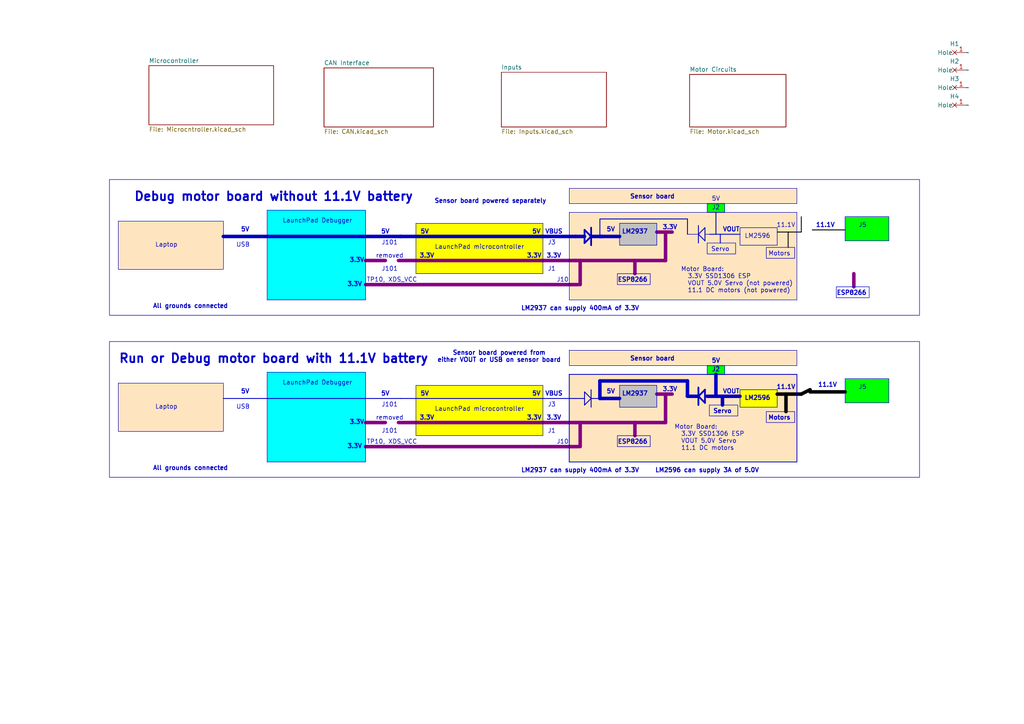
<source format=kicad_sch>
(kicad_sch
	(version 20250114)
	(generator "eeschema")
	(generator_version "9.0")
	(uuid "69b823fd-c065-40ff-9bb9-c5835555f3eb")
	(paper "A4")
	(title_block
		(title "ECE445M Motor Board")
		(date "2025-12-23")
		(rev "v7")
		(company "The University of Texas at Austin")
		(comment 1 "Jonathan Valvano")
	)
	(lib_symbols
		(symbol "ECE319K:MountingHole"
			(exclude_from_sim no)
			(in_bom yes)
			(on_board yes)
			(property "Reference" "H"
				(at 0 0 0)
				(effects
					(font
						(size 1.27 1.27)
					)
				)
			)
			(property "Value" ""
				(at 0 0 0)
				(effects
					(font
						(size 1.27 1.27)
					)
				)
			)
			(property "Footprint" "ECE319K:MountingHole_4_40"
				(at 0 0 0)
				(effects
					(font
						(size 1.27 1.27)
					)
					(hide yes)
				)
			)
			(property "Datasheet" ""
				(at 0 0 0)
				(effects
					(font
						(size 1.27 1.27)
					)
					(hide yes)
				)
			)
			(property "Description" "Drill hole for 4-40 screw"
				(at 0 0 0)
				(effects
					(font
						(size 1.27 1.27)
					)
					(hide yes)
				)
			)
			(symbol "MountingHole_1_1"
				(pin power_in non_logic
					(at 0 0 180)
					(length 3.81)
					(name "Hole"
						(effects
							(font
								(size 1.27 1.27)
							)
						)
					)
					(number "1"
						(effects
							(font
								(size 1.27 1.27)
							)
						)
					)
				)
			)
			(embedded_fonts no)
		)
	)
	(rectangle
		(start 165.1 54.61)
		(end 231.14 59.055)
		(stroke
			(width 0)
			(type solid)
		)
		(fill
			(type color)
			(color 255 229 191 1)
		)
		(uuid 00a6f9fd-6f25-4130-9784-54c5a0772dd8)
	)
	(rectangle
		(start 77.47 107.95)
		(end 106.045 133.985)
		(stroke
			(width 0)
			(type solid)
		)
		(fill
			(type color)
			(color 0 255 255 1)
		)
		(uuid 0504e425-59cc-4ce1-b6a5-038c1a01d671)
	)
	(rectangle
		(start 34.29 111.125)
		(end 64.77 125.095)
		(stroke
			(width 0)
			(type solid)
		)
		(fill
			(type color)
			(color 255 229 191 1)
		)
		(uuid 083f38c5-2a71-4023-8e8a-6f826b48972f)
	)
	(bezier
		(pts
			(xy 169.545 117.475) (xy 169.545 117.475) (xy 171.45 115.57) (xy 171.45 115.57)
		)
		(stroke
			(width 0.254)
			(type solid)
		)
		(fill
			(type none)
		)
		(uuid 0bd92133-c3e5-4e4c-9ce7-c4229978acb7)
	)
	(bezier
		(pts
			(xy 171.45 113.03) (xy 171.45 113.03) (xy 171.45 118.11) (xy 171.45 118.11)
		)
		(stroke
			(width 0.254)
			(type solid)
		)
		(fill
			(type none)
		)
		(uuid 0dd7d365-5d64-4ea8-bead-b7f8819bd66c)
	)
	(bezier
		(pts
			(xy 204.47 116.84) (xy 204.47 116.84) (xy 202.565 114.935) (xy 202.565 114.935)
		)
		(stroke
			(width 0.508)
			(type default)
		)
		(fill
			(type none)
		)
		(uuid 1fd9638d-a3b4-42ba-ae49-82acd2c6d051)
	)
	(rectangle
		(start 165.1 61.595)
		(end 231.14 86.995)
		(stroke
			(width 0)
			(type solid)
		)
		(fill
			(type color)
			(color 255 229 191 1)
		)
		(uuid 207858b1-feea-40fc-b965-ab5805bd61a4)
	)
	(rectangle
		(start 165.1 108.585)
		(end 231.14 133.985)
		(stroke
			(width 0.254)
			(type solid)
		)
		(fill
			(type color)
			(color 255 229 191 1)
		)
		(uuid 3766310a-f5fb-4947-85d9-8dddfe223262)
	)
	(bezier
		(pts
			(xy 167.005 115.57) (xy 167.005 115.57) (xy 169.545 115.57) (xy 169.545 115.57)
		)
		(stroke
			(width 0.254)
			(type solid)
		)
		(fill
			(type none)
		)
		(uuid 3ae956fa-9c69-42d3-852f-b47ee4dc1dc9)
	)
	(rectangle
		(start 34.29 64.135)
		(end 64.77 78.105)
		(stroke
			(width 0)
			(type solid)
		)
		(fill
			(type color)
			(color 255 229 191 1)
		)
		(uuid 46aa43d8-ff7b-4f65-9d4b-3928da7f97ca)
	)
	(rectangle
		(start 245.11 62.865)
		(end 257.81 69.85)
		(stroke
			(width 0)
			(type solid)
		)
		(fill
			(type color)
			(color 0 255 0 1)
		)
		(uuid 507c0fcc-3c70-4a1b-8c8e-f2df7491e81d)
	)
	(rectangle
		(start 165.1 101.6)
		(end 231.14 106.045)
		(stroke
			(width 0)
			(type solid)
		)
		(fill
			(type color)
			(color 255 229 191 1)
		)
		(uuid 5355942b-cbec-4ede-9ec7-38d48e1c9759)
	)
	(bezier
		(pts
			(xy 202.565 114.935) (xy 202.565 114.935) (xy 199.39 114.935) (xy 199.39 114.935)
		)
		(stroke
			(width 1.016)
			(type solid)
		)
		(fill
			(type none)
		)
		(uuid 5a6091de-1503-4d8c-b6ac-3e994459310b)
	)
	(bezier
		(pts
			(xy 169.545 66.675) (xy 169.545 66.675) (xy 171.45 68.58) (xy 171.45 68.58)
		)
		(stroke
			(width 0.508)
			(type solid)
		)
		(fill
			(type none)
		)
		(uuid 5b17ebc1-7490-411e-97e6-a20e4da96599)
	)
	(bezier
		(pts
			(xy 204.47 66.04) (xy 204.47 66.04) (xy 204.47 69.85) (xy 204.47 69.85)
		)
		(stroke
			(width 0.254)
			(type default)
		)
		(fill
			(type none)
		)
		(uuid 5c384572-22fe-4f17-91e9-7a595a64f9bc)
	)
	(bezier
		(pts
			(xy 171.45 115.57) (xy 171.45 115.57) (xy 174.625 115.57) (xy 174.625 115.57)
		)
		(stroke
			(width 0.254)
			(type solid)
		)
		(fill
			(type none)
		)
		(uuid 5caff686-fc3a-43c2-80fc-3f0f4de59c44)
	)
	(bezier
		(pts
			(xy 207.01 114.935) (xy 207.01 114.935) (xy 204.47 114.935) (xy 204.47 114.935)
		)
		(stroke
			(width 0)
			(type default)
		)
		(fill
			(type none)
		)
		(uuid 5f398374-abf3-420a-bc9b-6bda949e78c9)
	)
	(rectangle
		(start 31.75 52.07)
		(end 266.7 91.44)
		(stroke
			(width 0)
			(type solid)
		)
		(fill
			(type none)
		)
		(uuid 6a0810e7-0998-4084-8b47-650cda95c7ca)
	)
	(rectangle
		(start 77.47 60.96)
		(end 106.045 86.995)
		(stroke
			(width 0)
			(type solid)
		)
		(fill
			(type color)
			(color 0 255 255 1)
		)
		(uuid 71700a46-a2d4-489c-930f-c471061e688c)
	)
	(bezier
		(pts
			(xy 202.565 117.475) (xy 202.565 117.475) (xy 202.565 112.395) (xy 202.565 112.395)
		)
		(stroke
			(width 0.508)
			(type default)
		)
		(fill
			(type none)
		)
		(uuid 7690b8a4-3656-47a7-afcb-ea67124e3860)
	)
	(bezier
		(pts
			(xy 204.47 113.03) (xy 204.47 113.03) (xy 204.47 116.84) (xy 204.47 116.84)
		)
		(stroke
			(width 0.508)
			(type default)
		)
		(fill
			(type none)
		)
		(uuid 78b5a1a5-9a0d-423a-a59d-a08e8a9d8bd3)
	)
	(rectangle
		(start 179.705 111.76)
		(end 190.5 118.11)
		(stroke
			(width 0)
			(type solid)
		)
		(fill
			(type color)
			(color 194 194 194 1)
		)
		(uuid 7a1a7463-8a77-4e49-9f00-45218e5afea6)
	)
	(rectangle
		(start 205.105 70.485)
		(end 213.36 73.66)
		(stroke
			(width 0)
			(type solid)
		)
		(fill
			(type none)
		)
		(uuid 7aca0086-55bf-4d14-954c-61d6ea3b9f6d)
	)
	(rectangle
		(start 214.63 66.04)
		(end 225.425 71.12)
		(stroke
			(width 0)
			(type solid)
		)
		(fill
			(type color)
			(color 255 255 0 1)
		)
		(uuid 7f055177-20a9-4b4d-a4a4-ff9e0aebcccf)
	)
	(bezier
		(pts
			(xy 167.005 68.58) (xy 167.005 68.58) (xy 169.545 68.58) (xy 169.545 68.58)
		)
		(stroke
			(width 1.016)
			(type solid)
		)
		(fill
			(type none)
		)
		(uuid 8017ff60-525a-4ae1-9c53-7bba0d54778e)
	)
	(rectangle
		(start 179.07 126.365)
		(end 188.595 129.54)
		(stroke
			(width 0)
			(type solid)
		)
		(fill
			(type none)
		)
		(uuid 8b5338a1-954b-4e02-a3f9-68fbf2196b12)
	)
	(rectangle
		(start 205.74 117.475)
		(end 213.995 120.65)
		(stroke
			(width 0)
			(type solid)
		)
		(fill
			(type none)
		)
		(uuid 8cd78088-1d4a-4f86-abb5-972ed13857c1)
	)
	(bezier
		(pts
			(xy 207.01 67.945) (xy 207.01 67.945) (xy 204.47 67.945) (xy 204.47 67.945)
		)
		(stroke
			(width 0)
			(type default)
		)
		(fill
			(type none)
		)
		(uuid 90089288-c0d1-446e-8ccb-94e69d492fc2)
	)
	(bezier
		(pts
			(xy 169.545 70.485) (xy 169.545 70.485) (xy 171.45 68.58) (xy 171.45 68.58)
		)
		(stroke
			(width 0.508)
			(type solid)
		)
		(fill
			(type none)
		)
		(uuid 98d4dce3-1fd7-498b-ab1d-4e757d4d3d9a)
	)
	(rectangle
		(start 179.705 64.77)
		(end 190.5 71.12)
		(stroke
			(width 0)
			(type solid)
		)
		(fill
			(type color)
			(color 194 194 194 1)
		)
		(uuid 9b645b9f-8d76-4c08-b9e5-3b59f40c128c)
	)
	(rectangle
		(start 120.65 111.76)
		(end 157.48 126.365)
		(stroke
			(width 0)
			(type solid)
		)
		(fill
			(type color)
			(color 255 255 0 1)
		)
		(uuid a187ff78-9ee5-420f-a1c0-52d95d62a7f3)
	)
	(bezier
		(pts
			(xy 169.545 117.475) (xy 169.545 117.475) (xy 169.545 113.665) (xy 169.545 113.665)
		)
		(stroke
			(width 0.254)
			(type solid)
		)
		(fill
			(type none)
		)
		(uuid a94f1c52-fed9-41b4-92d8-bc26bda795ba)
	)
	(rectangle
		(start 214.63 113.03)
		(end 225.425 118.11)
		(stroke
			(width 0)
			(type solid)
		)
		(fill
			(type color)
			(color 255 255 0 1)
		)
		(uuid acb2181b-f939-4b1e-aa44-2be3f5be6c6d)
	)
	(bezier
		(pts
			(xy 169.545 113.665) (xy 169.545 113.665) (xy 171.45 115.57) (xy 171.45 115.57)
		)
		(stroke
			(width 0.254)
			(type solid)
		)
		(fill
			(type none)
		)
		(uuid acd6b278-9db5-4a5e-9f32-e4170f5921ae)
	)
	(bezier
		(pts
			(xy 171.45 66.04) (xy 171.45 66.04) (xy 171.45 71.12) (xy 171.45 71.12)
		)
		(stroke
			(width 0.508)
			(type solid)
		)
		(fill
			(type none)
		)
		(uuid b019178e-d360-491a-a363-e46f4be95a67)
	)
	(bezier
		(pts
			(xy 204.47 69.85) (xy 204.47 69.85) (xy 202.565 67.945) (xy 202.565 67.945)
		)
		(stroke
			(width 0.254)
			(type default)
		)
		(fill
			(type none)
		)
		(uuid c00a7c24-3093-40bf-8464-63487256c5a5)
	)
	(rectangle
		(start 222.25 119.38)
		(end 230.505 122.555)
		(stroke
			(width 0)
			(type solid)
		)
		(fill
			(type none)
		)
		(uuid c98bcc08-c445-4091-be84-06b0821a6a7c)
	)
	(bezier
		(pts
			(xy 204.47 113.03) (xy 204.47 113.03) (xy 202.565 114.935) (xy 202.565 114.935)
		)
		(stroke
			(width 0.508)
			(type default)
		)
		(fill
			(type none)
		)
		(uuid cc118427-73c4-4f1c-9537-829c9033cef6)
	)
	(rectangle
		(start 245.11 109.855)
		(end 257.81 116.84)
		(stroke
			(width 0)
			(type solid)
		)
		(fill
			(type color)
			(color 0 255 0 1)
		)
		(uuid cf9d8e94-781c-40e7-b617-416d421f415e)
	)
	(bezier
		(pts
			(xy 169.545 70.485) (xy 169.545 70.485) (xy 169.545 66.675) (xy 169.545 66.675)
		)
		(stroke
			(width 0.508)
			(type solid)
		)
		(fill
			(type none)
		)
		(uuid de40805f-9c18-41b7-9162-6a22afa715b8)
	)
	(rectangle
		(start 242.57 83.185)
		(end 252.095 86.36)
		(stroke
			(width 0)
			(type solid)
		)
		(fill
			(type none)
		)
		(uuid df57ab01-5e27-45eb-b91a-07b53cd5ecb8)
	)
	(rectangle
		(start 222.25 71.755)
		(end 230.505 74.93)
		(stroke
			(width 0)
			(type solid)
		)
		(fill
			(type none)
		)
		(uuid dfd8a3c6-3304-4571-9a19-619b43fc715a)
	)
	(bezier
		(pts
			(xy 202.565 70.485) (xy 202.565 70.485) (xy 202.565 65.405) (xy 202.565 65.405)
		)
		(stroke
			(width 0.254)
			(type default)
		)
		(fill
			(type none)
		)
		(uuid e3c40634-7b79-4ab4-a7be-ce851346cdfb)
	)
	(rectangle
		(start 179.07 79.375)
		(end 188.595 82.55)
		(stroke
			(width 0)
			(type solid)
		)
		(fill
			(type none)
		)
		(uuid e80dadc7-3ede-4674-8529-3ba724a30e7d)
	)
	(bezier
		(pts
			(xy 204.47 66.04) (xy 204.47 66.04) (xy 202.565 67.945) (xy 202.565 67.945)
		)
		(stroke
			(width 0.254)
			(type default)
		)
		(fill
			(type none)
		)
		(uuid f187a419-c675-43fb-b326-ca8b359aca33)
	)
	(rectangle
		(start 31.75 99.06)
		(end 266.7 138.43)
		(stroke
			(width 0)
			(type solid)
		)
		(fill
			(type none)
		)
		(uuid f1dfd38f-bfd4-4d3e-8bb8-d7072c2eeb60)
	)
	(bezier
		(pts
			(xy 202.565 67.945) (xy 202.565 67.945) (xy 199.39 67.945) (xy 199.39 67.945)
		)
		(stroke
			(width 0)
			(type default)
		)
		(fill
			(type none)
		)
		(uuid f27e6b86-eeea-4d7d-a619-b50e21208b1d)
	)
	(rectangle
		(start 205.105 59.055)
		(end 210.185 61.595)
		(stroke
			(width 0)
			(type solid)
		)
		(fill
			(type color)
			(color 0 255 0 1)
		)
		(uuid f98c5e11-eeb9-47be-9b4d-9408eb4b93aa)
	)
	(rectangle
		(start 120.65 64.77)
		(end 157.48 79.375)
		(stroke
			(width 0)
			(type solid)
		)
		(fill
			(type color)
			(color 255 255 0 1)
		)
		(uuid fcd92f9b-f3d4-469d-8aa0-f833cf451c3d)
	)
	(bezier
		(pts
			(xy 171.45 68.58) (xy 171.45 68.58) (xy 174.625 68.58) (xy 174.625 68.58)
		)
		(stroke
			(width 1.016)
			(type solid)
		)
		(fill
			(type none)
		)
		(uuid fd935e4a-edb1-4154-85a7-d098d1b71f48)
	)
	(rectangle
		(start 205.105 106.045)
		(end 210.185 108.585)
		(stroke
			(width 0)
			(type solid)
		)
		(fill
			(type color)
			(color 0 255 0 1)
		)
		(uuid ff067a6f-566f-4d48-add5-151269f079e2)
	)
	(text "3.3V"
		(exclude_from_sim no)
		(at 154.94 74.295 0)
		(effects
			(font
				(size 1.27 1.27)
				(thickness 0.254)
				(bold yes)
			)
		)
		(uuid "0021dd3c-0562-4e99-a8d0-a795238a4701")
	)
	(text "LM2937 can supply 400mA of 3.3V"
		(exclude_from_sim no)
		(at 168.275 89.535 0)
		(effects
			(font
				(size 1.27 1.27)
				(thickness 0.254)
				(bold yes)
			)
		)
		(uuid "00badbb6-5093-4322-bc57-1a46ebffa3de")
	)
	(text "Motors"
		(exclude_from_sim no)
		(at 226.06 121.285 0)
		(effects
			(font
				(size 1.27 1.27)
				(thickness 0.254)
				(bold yes)
			)
		)
		(uuid "00fe4dbb-c274-4d3e-a06d-24d7166c7119")
	)
	(text "J1"
		(exclude_from_sim no)
		(at 160.02 125.095 0)
		(effects
			(font
				(size 1.27 1.27)
			)
		)
		(uuid "03e8623d-443a-42d9-9fd9-824b1f5926fd")
	)
	(text "LaunchPad Debugger"
		(exclude_from_sim no)
		(at 92.075 111.125 0)
		(effects
			(font
				(size 1.27 1.27)
			)
		)
		(uuid "0711fc00-ba66-47cf-9b7b-7e1538147767")
	)
	(text "3.3V"
		(exclude_from_sim no)
		(at 154.94 121.285 0)
		(effects
			(font
				(size 1.27 1.27)
				(thickness 0.254)
				(bold yes)
			)
		)
		(uuid "0828d24e-be16-45d5-bce8-a2ed04fae4be")
	)
	(text "5V"
		(exclude_from_sim no)
		(at 177.165 113.665 0)
		(effects
			(font
				(size 1.27 1.27)
				(thickness 0.254)
				(bold yes)
			)
		)
		(uuid "0cfdeffb-2f05-4e68-8e97-e4d96fecaef7")
	)
	(text "J3"
		(exclude_from_sim no)
		(at 160.02 70.485 0)
		(effects
			(font
				(size 1.27 1.27)
			)
		)
		(uuid "0f69909b-d941-4f52-89cf-82f85a2fdc3d")
	)
	(text "J3"
		(exclude_from_sim no)
		(at 160.02 117.475 0)
		(effects
			(font
				(size 1.27 1.27)
			)
		)
		(uuid "16f058d4-f87b-4181-8dd6-1e05904421f4")
	)
	(text "USB"
		(exclude_from_sim no)
		(at 70.485 71.12 0)
		(effects
			(font
				(size 1.27 1.27)
			)
		)
		(uuid "18a882c8-623f-4eec-a162-a7ded8f3d270")
	)
	(text "Laptop"
		(exclude_from_sim no)
		(at 48.26 118.11 0)
		(effects
			(font
				(size 1.27 1.27)
			)
		)
		(uuid "1ac7223a-90d0-4fd6-9d15-19dbd2c448e5")
	)
	(text "VOUT"
		(exclude_from_sim no)
		(at 212.09 113.665 0)
		(effects
			(font
				(size 1.27 1.27)
				(thickness 0.254)
				(bold yes)
			)
		)
		(uuid "1f2ad82b-40db-41ae-85c2-503ebc4fe273")
	)
	(text "5V"
		(exclude_from_sim no)
		(at 207.645 104.775 0)
		(effects
			(font
				(size 1.27 1.27)
				(thickness 0.254)
				(bold yes)
			)
		)
		(uuid "23f9fe37-436f-4629-98b8-a6b984a3c180")
	)
	(text "Debug motor board without 11.1V battery"
		(exclude_from_sim no)
		(at 79.375 57.15 0)
		(effects
			(font
				(size 2.54 2.54)
				(thickness 0.508)
				(bold yes)
			)
		)
		(uuid "25bf16b1-1a76-4b11-bbd6-0aa278d1a69e")
	)
	(text "J1"
		(exclude_from_sim no)
		(at 160.02 78.105 0)
		(effects
			(font
				(size 1.27 1.27)
			)
		)
		(uuid "273a49ac-88ed-45a0-9092-74ec224180b2")
	)
	(text "Sensor board"
		(exclude_from_sim no)
		(at 189.23 57.15 0)
		(effects
			(font
				(size 1.27 1.27)
				(thickness 0.254)
				(bold yes)
			)
		)
		(uuid "2b42520e-5e8e-4e93-8809-491927838a8c")
	)
	(text "Motor Board: \n  3.3V SSD1306 ESP\n  VOUT 5.0V Servo\n  11.1 DC motors"
		(exclude_from_sim no)
		(at 195.58 127 0)
		(effects
			(font
				(size 1.27 1.27)
			)
			(justify left)
		)
		(uuid "2bffb716-d3d9-411f-8ec4-59dda386f9c9")
	)
	(text "Servo"
		(exclude_from_sim no)
		(at 209.55 119.38 0)
		(effects
			(font
				(size 1.27 1.27)
				(thickness 0.254)
				(bold yes)
			)
		)
		(uuid "2c206a10-8719-47be-90b6-0bb9988b7102")
	)
	(text "3.3V"
		(exclude_from_sim no)
		(at 194.31 113.03 0)
		(effects
			(font
				(size 1.27 1.27)
				(thickness 0.254)
				(bold yes)
			)
		)
		(uuid "342536ce-7e07-422c-84eb-1c7204a67f17")
	)
	(text "J2"
		(exclude_from_sim no)
		(at 207.645 60.325 0)
		(effects
			(font
				(size 1.27 1.27)
				(thickness 0.1588)
			)
		)
		(uuid "399a2254-3c21-4438-97e0-370e9880acec")
	)
	(text "5V"
		(exclude_from_sim no)
		(at 71.12 113.665 0)
		(effects
			(font
				(size 1.27 1.27)
				(thickness 0.254)
				(bold yes)
			)
		)
		(uuid "3cc17536-e355-43d2-b540-8cc1f3b3d0b1")
	)
	(text "LM2596 can supply 3A of 5.0V"
		(exclude_from_sim no)
		(at 205.105 136.525 0)
		(effects
			(font
				(size 1.27 1.27)
				(thickness 0.254)
				(bold yes)
			)
		)
		(uuid "3dbc1c4a-80b9-48ee-b208-75a61842dab8")
	)
	(text "5V"
		(exclude_from_sim no)
		(at 155.575 67.31 0)
		(effects
			(font
				(size 1.27 1.27)
				(thickness 0.254)
				(bold yes)
			)
		)
		(uuid "414773f5-9319-4c09-bc9a-f42a0f157ca7")
	)
	(text "VBUS"
		(exclude_from_sim no)
		(at 160.655 67.31 0)
		(effects
			(font
				(size 1.27 1.27)
				(thickness 0.254)
				(bold yes)
			)
		)
		(uuid "443ee8ee-81f7-43c6-a06a-7ea25c9739a5")
	)
	(text "USB"
		(exclude_from_sim no)
		(at 70.485 118.11 0)
		(effects
			(font
				(size 1.27 1.27)
			)
		)
		(uuid "49607609-302c-47aa-8966-cd7fe08418c4")
	)
	(text "All grounds connected"
		(exclude_from_sim no)
		(at 55.245 135.89 0)
		(effects
			(font
				(size 1.27 1.27)
				(thickness 0.254)
				(bold yes)
			)
		)
		(uuid "4bd1fd51-043a-4a5d-b0e6-ffabe0e53c01")
	)
	(text "5V"
		(exclude_from_sim no)
		(at 111.76 67.31 0)
		(effects
			(font
				(size 1.27 1.27)
				(thickness 0.254)
				(bold yes)
			)
		)
		(uuid "57ff4c3b-6444-45f9-91f4-0a612afb6519")
	)
	(text "J10"
		(exclude_from_sim no)
		(at 163.195 128.27 0)
		(effects
			(font
				(size 1.27 1.27)
			)
		)
		(uuid "5a7f97a5-5fa1-49f0-a61b-ca8f718f3b6c")
	)
	(text "LM2937"
		(exclude_from_sim no)
		(at 184.15 67.31 0)
		(effects
			(font
				(size 1.27 1.27)
				(thickness 0.254)
				(bold yes)
			)
		)
		(uuid "5c202522-fe77-4c21-bd2c-5f63eb258359")
	)
	(text "VOUT"
		(exclude_from_sim no)
		(at 212.09 66.675 0)
		(effects
			(font
				(size 1.27 1.27)
				(thickness 0.254)
				(bold yes)
			)
		)
		(uuid "5ec8a9dc-a7ae-4de3-8b47-9354f0300682")
	)
	(text "LaunchPad microcontroller"
		(exclude_from_sim no)
		(at 139.065 71.755 0)
		(effects
			(font
				(size 1.27 1.27)
			)
		)
		(uuid "5fdade3a-560e-429d-a421-c9f315afbf6e")
	)
	(text "3.3V"
		(exclude_from_sim no)
		(at 102.87 129.54 0)
		(effects
			(font
				(size 1.27 1.27)
				(thickness 0.254)
				(bold yes)
			)
		)
		(uuid "64e9c0b2-6e3e-432c-8d6a-5e303273f96d")
	)
	(text "removed"
		(exclude_from_sim no)
		(at 113.03 121.285 0)
		(effects
			(font
				(size 1.27 1.27)
				(thickness 0.1588)
			)
		)
		(uuid "65fffec2-3946-4fd9-ab7a-0c4344d4cf73")
	)
	(text "5V"
		(exclude_from_sim no)
		(at 123.19 114.3 0)
		(effects
			(font
				(size 1.27 1.27)
				(thickness 0.254)
				(bold yes)
			)
		)
		(uuid "66858da8-a274-4aad-b72d-e4f5959deabb")
	)
	(text "J5"
		(exclude_from_sim no)
		(at 250.19 65.405 0)
		(effects
			(font
				(size 1.27 1.27)
			)
		)
		(uuid "69c74005-89b2-4ced-8722-31f65bca1cbb")
	)
	(text "11.1V"
		(exclude_from_sim no)
		(at 227.965 112.395 0)
		(effects
			(font
				(size 1.27 1.27)
				(thickness 0.254)
				(bold yes)
			)
		)
		(uuid "7551e96a-6356-45c6-8393-3feeab17952c")
	)
	(text "5V"
		(exclude_from_sim no)
		(at 155.575 114.3 0)
		(effects
			(font
				(size 1.27 1.27)
				(thickness 0.254)
				(bold yes)
			)
		)
		(uuid "7929af3f-f737-472e-b835-901afa34e923")
	)
	(text "5V"
		(exclude_from_sim no)
		(at 123.19 67.31 0)
		(effects
			(font
				(size 1.27 1.27)
				(thickness 0.254)
				(bold yes)
			)
		)
		(uuid "79f24757-d8b8-4ae8-a203-05b1a32417b9")
	)
	(text "Sensor board powered separately"
		(exclude_from_sim no)
		(at 142.24 58.42 0)
		(effects
			(font
				(size 1.27 1.27)
				(thickness 0.254)
				(bold yes)
			)
		)
		(uuid "7d6565b8-9c9c-4020-8487-469345eacbb1")
	)
	(text "5V"
		(exclude_from_sim no)
		(at 111.76 114.3 0)
		(effects
			(font
				(size 1.27 1.27)
				(thickness 0.254)
				(bold yes)
			)
		)
		(uuid "7dc8ef4c-9c13-46fb-ad82-4c72e269cac0")
	)
	(text "3.3V"
		(exclude_from_sim no)
		(at 194.31 66.04 0)
		(effects
			(font
				(size 1.27 1.27)
				(thickness 0.254)
				(bold yes)
			)
		)
		(uuid "7f839d1b-8547-497b-af16-98dd324d75de")
	)
	(text "Laptop"
		(exclude_from_sim no)
		(at 48.26 71.12 0)
		(effects
			(font
				(size 1.27 1.27)
			)
		)
		(uuid "7f9ff9d6-fed2-48df-9c8a-90ecd0e36033")
	)
	(text "LM2596"
		(exclude_from_sim no)
		(at 219.71 115.57 0)
		(effects
			(font
				(size 1.27 1.27)
				(thickness 0.254)
				(bold yes)
			)
		)
		(uuid "8741dbd1-a37b-42aa-a716-afa86a6f0d20")
	)
	(text "Sensor board"
		(exclude_from_sim no)
		(at 189.23 104.14 0)
		(effects
			(font
				(size 1.27 1.27)
				(thickness 0.254)
				(bold yes)
			)
		)
		(uuid "87b373d4-e62d-450e-8055-1106a875d395")
	)
	(text "TP10, XDS_VCC"
		(exclude_from_sim no)
		(at 113.665 81.28 0)
		(effects
			(font
				(size 1.27 1.27)
			)
		)
		(uuid "8dd34872-661e-4826-b5bb-427440270e9f")
	)
	(text "3.3V"
		(exclude_from_sim no)
		(at 123.825 74.295 0)
		(effects
			(font
				(size 1.27 1.27)
				(thickness 0.254)
				(bold yes)
			)
		)
		(uuid "9228e2ca-bfa0-4317-b4bd-ba72e4d798f2")
	)
	(text "11.1V"
		(exclude_from_sim no)
		(at 240.03 111.76 0)
		(effects
			(font
				(size 1.27 1.27)
				(thickness 0.254)
				(bold yes)
			)
		)
		(uuid "92d690c5-24d8-4c83-8d34-610d172ff07e")
	)
	(text "Motors"
		(exclude_from_sim no)
		(at 226.06 73.66 0)
		(effects
			(font
				(size 1.27 1.27)
				(thickness 0.1588)
			)
		)
		(uuid "9659ef24-c727-4e5c-a7ba-f2b1c1f36ac5")
	)
	(text "Run or Debug motor board with 11.1V battery"
		(exclude_from_sim no)
		(at 79.375 104.14 0)
		(effects
			(font
				(size 2.54 2.54)
				(thickness 0.508)
				(bold yes)
			)
		)
		(uuid "9ecc198b-8b34-4ac2-89e8-3378107709d3")
	)
	(text "LM2937"
		(exclude_from_sim no)
		(at 184.15 114.3 0)
		(effects
			(font
				(size 1.27 1.27)
				(thickness 0.254)
				(bold yes)
			)
		)
		(uuid "a360e093-be96-47a3-967d-2dc0a1c11fd1")
	)
	(text "LaunchPad Debugger"
		(exclude_from_sim no)
		(at 92.075 64.135 0)
		(effects
			(font
				(size 1.27 1.27)
			)
		)
		(uuid "a588b5d4-68fa-4fe3-8cd3-3dd4258523d5")
	)
	(text "3.3V"
		(exclude_from_sim no)
		(at 160.655 74.295 0)
		(effects
			(font
				(size 1.27 1.27)
				(thickness 0.254)
				(bold yes)
			)
		)
		(uuid "abf12ac8-31b9-42ce-b99f-846af0bee027")
	)
	(text "Servo"
		(exclude_from_sim no)
		(at 208.915 72.39 0)
		(effects
			(font
				(size 1.27 1.27)
				(thickness 0.1588)
			)
		)
		(uuid "b165c27c-d8db-4d40-95a0-17382d3cf6a6")
	)
	(text "J101"
		(exclude_from_sim no)
		(at 113.03 125.095 0)
		(effects
			(font
				(size 1.27 1.27)
			)
		)
		(uuid "b51202ab-08fc-4cbb-b49e-a404ff6c80bb")
	)
	(text "3.3V"
		(exclude_from_sim no)
		(at 103.505 122.555 0)
		(effects
			(font
				(size 1.27 1.27)
				(thickness 0.254)
				(bold yes)
			)
		)
		(uuid "b8770d22-47d1-4f3a-be59-7a7d190b10a7")
	)
	(text "J10"
		(exclude_from_sim no)
		(at 163.195 81.28 0)
		(effects
			(font
				(size 1.27 1.27)
			)
		)
		(uuid "c0b1032f-f310-4aeb-a0d2-051cfd36a5f9")
	)
	(text "5V"
		(exclude_from_sim no)
		(at 177.165 66.675 0)
		(effects
			(font
				(size 1.27 1.27)
				(thickness 0.254)
				(bold yes)
			)
		)
		(uuid "c21f1391-497e-40a6-bc9e-9619f41f72bc")
	)
	(text "All grounds connected"
		(exclude_from_sim no)
		(at 55.245 88.9 0)
		(effects
			(font
				(size 1.27 1.27)
				(thickness 0.254)
				(bold yes)
			)
		)
		(uuid "c34a2ca2-1e4c-4762-8fdd-c4a0f44a3578")
	)
	(text "LM2596"
		(exclude_from_sim no)
		(at 219.71 68.58 0)
		(effects
			(font
				(size 1.27 1.27)
			)
		)
		(uuid "ca38edd8-49ce-486e-abeb-18afb8529dca")
	)
	(text "J2"
		(exclude_from_sim no)
		(at 207.645 107.315 0)
		(effects
			(font
				(size 1.27 1.27)
				(thickness 0.254)
				(bold yes)
			)
		)
		(uuid "cb3c35b7-d2c6-41c0-a1c1-6717ef9a89bf")
	)
	(text "3.3V"
		(exclude_from_sim no)
		(at 123.825 121.285 0)
		(effects
			(font
				(size 1.27 1.27)
				(thickness 0.254)
				(bold yes)
			)
		)
		(uuid "ce0c3198-6af9-4ef5-927c-c7f999dcfd50")
	)
	(text "LM2937 can supply 400mA of 3.3V"
		(exclude_from_sim no)
		(at 168.275 136.525 0)
		(effects
			(font
				(size 1.27 1.27)
				(thickness 0.254)
				(bold yes)
			)
		)
		(uuid "d2b66d64-6947-416e-9fd5-5c4c1eab2850")
	)
	(text "J101"
		(exclude_from_sim no)
		(at 113.03 78.105 0)
		(effects
			(font
				(size 1.27 1.27)
			)
		)
		(uuid "d4a05c85-af31-4e7e-88e7-183d3020d445")
	)
	(text "3.3V"
		(exclude_from_sim no)
		(at 102.87 82.55 0)
		(effects
			(font
				(size 1.27 1.27)
				(thickness 0.254)
				(bold yes)
			)
		)
		(uuid "d902069c-1bfe-4db4-94d8-556ff3b310d2")
	)
	(text "11.1V"
		(exclude_from_sim no)
		(at 239.395 65.405 0)
		(effects
			(font
				(size 1.27 1.27)
				(thickness 0.254)
				(bold yes)
			)
		)
		(uuid "dcd6794b-fe79-48f5-8903-f7ff06b6288a")
	)
	(text "VBUS"
		(exclude_from_sim no)
		(at 160.655 114.3 0)
		(effects
			(font
				(size 1.27 1.27)
				(thickness 0.254)
				(bold yes)
			)
		)
		(uuid "dda59d9e-0e17-4732-82f5-8e7bc699d788")
	)
	(text "removed"
		(exclude_from_sim no)
		(at 113.03 74.295 0)
		(effects
			(font
				(size 1.27 1.27)
				(thickness 0.1588)
			)
		)
		(uuid "de0910d4-ad30-441c-9359-56ce0df96705")
	)
	(text "J5"
		(exclude_from_sim no)
		(at 250.19 112.395 0)
		(effects
			(font
				(size 1.27 1.27)
			)
		)
		(uuid "de7358b8-e6f2-4b76-b1f6-10e90a371d9a")
	)
	(text "TP10, XDS_VCC"
		(exclude_from_sim no)
		(at 113.665 128.27 0)
		(effects
			(font
				(size 1.27 1.27)
			)
		)
		(uuid "deeded1c-4f64-47d5-ace8-65ea0af58b8b")
	)
	(text "Sensor board powered from\neither VOUT or USB on sensor board"
		(exclude_from_sim no)
		(at 144.78 103.505 0)
		(effects
			(font
				(size 1.27 1.27)
				(thickness 0.254)
				(bold yes)
			)
		)
		(uuid "e5a54d7f-8313-4190-90a0-a59ba1fc2d81")
	)
	(text "5V"
		(exclude_from_sim no)
		(at 71.12 66.675 0)
		(effects
			(font
				(size 1.27 1.27)
				(thickness 0.254)
				(bold yes)
			)
		)
		(uuid "e60d9416-c8c0-4e54-8f09-34c640edeb82")
	)
	(text "J101"
		(exclude_from_sim no)
		(at 113.03 70.485 0)
		(effects
			(font
				(size 1.27 1.27)
			)
		)
		(uuid "e6cd6e32-f95d-464d-a292-315b48d8c467")
	)
	(text "3.3V"
		(exclude_from_sim no)
		(at 160.655 121.285 0)
		(effects
			(font
				(size 1.27 1.27)
				(thickness 0.254)
				(bold yes)
			)
		)
		(uuid "e836480b-b157-422b-a65d-4b59faa12b63")
	)
	(text "J101"
		(exclude_from_sim no)
		(at 113.03 117.475 0)
		(effects
			(font
				(size 1.27 1.27)
			)
		)
		(uuid "ebb3c1f7-5774-4e11-a3fa-cbe25d5fb65e")
	)
	(text "3.3V"
		(exclude_from_sim no)
		(at 103.505 75.565 0)
		(effects
			(font
				(size 1.27 1.27)
				(thickness 0.254)
				(bold yes)
			)
		)
		(uuid "ebc5508d-79a7-440a-8de5-89b55c34d5a6")
	)
	(text "LaunchPad microcontroller"
		(exclude_from_sim no)
		(at 139.065 118.745 0)
		(effects
			(font
				(size 1.27 1.27)
			)
		)
		(uuid "efbf9661-34f8-41f1-8949-199d6ad253bc")
	)
	(text "Motor Board: \n  3.3V SSD1306 ESP\n  VOUT 5.0V Servo (not powered)\n  11.1 DC motors (not powered)"
		(exclude_from_sim no)
		(at 197.485 81.28 0)
		(effects
			(font
				(size 1.27 1.27)
			)
			(justify left)
		)
		(uuid "efc0c9a5-d977-4fcf-b773-e290fe21f43a")
	)
	(text "5V"
		(exclude_from_sim no)
		(at 207.645 57.785 0)
		(effects
			(font
				(size 1.27 1.27)
				(thickness 0.1588)
			)
		)
		(uuid "f2a9a806-2eb5-4255-8fee-1872266bd074")
	)
	(text "ESP8266"
		(exclude_from_sim no)
		(at 183.515 81.28 0)
		(effects
			(font
				(size 1.27 1.27)
				(thickness 0.254)
				(bold yes)
			)
		)
		(uuid "f418b65f-d644-48ae-bbaf-8cea97c7d260")
	)
	(text "ESP8266"
		(exclude_from_sim no)
		(at 183.515 128.27 0)
		(effects
			(font
				(size 1.27 1.27)
				(thickness 0.254)
				(bold yes)
			)
		)
		(uuid "f71136b4-8f47-4e7d-8a0e-33db8ee945e3")
	)
	(text "11.1V"
		(exclude_from_sim no)
		(at 227.965 65.405 0)
		(effects
			(font
				(size 1.27 1.27)
			)
		)
		(uuid "fad48dd9-3b05-43a2-aa3b-e4c78b7f3a30")
	)
	(text "ESP8266"
		(exclude_from_sim no)
		(at 247.015 85.09 0)
		(effects
			(font
				(size 1.27 1.27)
				(thickness 0.254)
				(bold yes)
			)
		)
		(uuid "fd5a3114-3363-462c-8394-d61df8d6b477")
	)
	(polyline
		(pts
			(xy 193.04 122.555) (xy 167.005 122.555)
		)
		(stroke
			(width 1.016)
			(type solid)
			(color 132 0 132 1)
		)
		(uuid "07a07cb3-2e2d-4ced-bbce-c174c2424051")
	)
	(polyline
		(pts
			(xy 199.39 110.49) (xy 199.39 114.935)
		)
		(stroke
			(width 1.016)
			(type solid)
		)
		(uuid "0bbb50c7-73b7-4ef3-86af-b57ec29d065a")
	)
	(polyline
		(pts
			(xy 199.39 63.5) (xy 199.39 67.945)
		)
		(stroke
			(width 0.254)
			(type solid)
		)
		(uuid "0d4f63ce-7873-45da-a84e-e1472e9f60ae")
	)
	(polyline
		(pts
			(xy 235.585 66.675) (xy 245.11 66.675)
		)
		(stroke
			(width 0.254)
			(type solid)
			(color 0 0 0 1)
		)
		(uuid "106dab7f-fc4f-4e73-a1ad-0cc980d11e67")
	)
	(polyline
		(pts
			(xy 207.645 108.585) (xy 207.645 114.935)
		)
		(stroke
			(width 1.016)
			(type solid)
		)
		(uuid "1131ac70-5b69-4612-8f3b-4c32a50d7451")
	)
	(polyline
		(pts
			(xy 234.95 113.03) (xy 232.41 114.3)
		)
		(stroke
			(width 1.016)
			(type solid)
			(color 0 0 0 1)
		)
		(uuid "181643de-c1fd-4ed7-8062-cb8ebfaaaa8d")
	)
	(polyline
		(pts
			(xy 106.045 82.55) (xy 167.64 82.55)
		)
		(stroke
			(width 1.016)
			(type solid)
			(color 132 0 132 1)
		)
		(uuid "30a1a608-5a54-432a-bd37-30fc13395459")
	)
	(polyline
		(pts
			(xy 173.99 110.49) (xy 199.39 110.49)
		)
		(stroke
			(width 1.016)
			(type solid)
		)
		(uuid "3ef0a345-dd65-4152-9371-0df2ab035d68")
	)
	(polyline
		(pts
			(xy 227.965 114.3) (xy 227.965 119.38)
		)
		(stroke
			(width 1.016)
			(type solid)
			(color 0 0 0 1)
		)
		(uuid "3f672844-a4a0-4688-b696-e71305800584")
	)
	(polyline
		(pts
			(xy 228.6 67.31) (xy 228.6 71.755)
		)
		(stroke
			(width 0.254)
			(type solid)
			(color 0 0 0 1)
		)
		(uuid "4e0d8d25-225a-4625-ad27-3cc4665febb5")
	)
	(polyline
		(pts
			(xy 184.15 75.565) (xy 184.15 79.375)
		)
		(stroke
			(width 1.016)
			(type solid)
			(color 132 0 132 1)
		)
		(uuid "51d33df8-7a02-4bf7-b665-a65d7820896a")
	)
	(polyline
		(pts
			(xy 168.275 122.555) (xy 168.275 129.54)
		)
		(stroke
			(width 1.016)
			(type solid)
			(color 132 0 132 1)
		)
		(uuid "542cc946-32a1-43a1-9373-fe2bae751c66")
	)
	(polyline
		(pts
			(xy 173.99 115.57) (xy 179.705 115.57)
		)
		(stroke
			(width 1.016)
			(type solid)
		)
		(uuid "56f82ee8-baf6-4043-bd4a-0e16a071448a")
	)
	(polyline
		(pts
			(xy 225.425 67.31) (xy 232.41 67.31)
		)
		(stroke
			(width 0.254)
			(type solid)
			(color 0 0 0 1)
		)
		(uuid "5702f3c2-2296-474d-9e6c-8aa6e0af69eb")
	)
	(polyline
		(pts
			(xy 116.205 115.57) (xy 157.48 115.57)
		)
		(stroke
			(width 0.254)
			(type solid)
		)
		(uuid "5cd35cc6-ad4d-47c8-b47a-e859ab8e938e")
	)
	(polyline
		(pts
			(xy 193.04 75.565) (xy 167.005 75.565)
		)
		(stroke
			(width 1.016)
			(type solid)
			(color 132 0 132 1)
		)
		(uuid "60c60e6b-17e9-49e0-a4ab-cb3720c72c88")
	)
	(polyline
		(pts
			(xy 207.645 61.595) (xy 207.645 67.945)
		)
		(stroke
			(width 0.254)
			(type solid)
		)
		(uuid "61158b00-3245-4fea-a135-34513f31267f")
	)
	(polyline
		(pts
			(xy 157.48 68.58) (xy 167.005 68.58)
		)
		(stroke
			(width 1.016)
			(type solid)
		)
		(uuid "72a3bebb-547e-4743-bc7d-d5d34eca1749")
	)
	(polyline
		(pts
			(xy 64.77 68.58) (xy 116.205 68.58)
		)
		(stroke
			(width 1.016)
			(type solid)
		)
		(uuid "758dc5b0-2f8c-45f9-a804-c842675718a3")
	)
	(polyline
		(pts
			(xy 106.045 122.555) (xy 111.76 122.555)
		)
		(stroke
			(width 1.016)
			(type solid)
			(color 132 0 132 1)
		)
		(uuid "75a71151-c6c4-4487-8ed0-5b6b45e98e0d")
	)
	(polyline
		(pts
			(xy 115.57 122.555) (xy 157.48 122.555)
		)
		(stroke
			(width 1.016)
			(type solid)
			(color 132 0 132 1)
		)
		(uuid "75ce7b4a-5ac6-4b90-80c2-9d7afedf16a5")
	)
	(polyline
		(pts
			(xy 193.04 114.3) (xy 193.04 122.555)
		)
		(stroke
			(width 1.016)
			(type solid)
			(color 132 0 132 1)
		)
		(uuid "7a9d525e-e2af-4bb2-9614-29f997332084")
	)
	(polyline
		(pts
			(xy 184.15 122.555) (xy 184.15 126.365)
		)
		(stroke
			(width 1.016)
			(type solid)
			(color 132 0 132 1)
		)
		(uuid "7c698439-812a-420c-802b-776dec5a652a")
	)
	(polyline
		(pts
			(xy 173.99 110.49) (xy 173.99 115.57)
		)
		(stroke
			(width 1.016)
			(type solid)
		)
		(uuid "7e7ff151-4b6f-4f9a-a7f6-c1c6cf9a6542")
	)
	(polyline
		(pts
			(xy 173.99 63.5) (xy 199.39 63.5)
		)
		(stroke
			(width 0.254)
			(type solid)
		)
		(uuid "8165bb30-27cb-4f32-99d4-bfefcb76474b")
	)
	(polyline
		(pts
			(xy 168.275 75.565) (xy 168.275 82.55)
		)
		(stroke
			(width 1.016)
			(type solid)
			(color 132 0 132 1)
		)
		(uuid "81e55d64-e4ee-46c9-8f73-7caef196ef34")
	)
	(polyline
		(pts
			(xy 190.5 114.3) (xy 194.945 114.3)
		)
		(stroke
			(width 1.016)
			(type solid)
			(color 132 0 132 1)
		)
		(uuid "90601a53-1cd7-4415-b757-6ecb55f8d7e6")
	)
	(polyline
		(pts
			(xy 157.48 122.555) (xy 167.005 122.555)
		)
		(stroke
			(width 1.016)
			(type solid)
			(color 132 0 132 1)
		)
		(uuid "97271d14-5cc4-447c-9328-f55fd1d17d73")
	)
	(polyline
		(pts
			(xy 234.95 113.665) (xy 245.11 113.665)
		)
		(stroke
			(width 1.016)
			(type solid)
			(color 0 0 0 1)
		)
		(uuid "99ea89ca-8207-4cde-9169-fe88b72fbb10")
	)
	(polyline
		(pts
			(xy 205.74 67.945) (xy 214.63 67.945)
		)
		(stroke
			(width 0.254)
			(type solid)
		)
		(uuid "9bf3ca2a-1ac6-4550-b52f-9015b3a8be95")
	)
	(polyline
		(pts
			(xy 193.04 67.31) (xy 193.04 75.565)
		)
		(stroke
			(width 1.016)
			(type solid)
			(color 132 0 132 1)
		)
		(uuid "aeee1632-342a-43dc-9fa4-2522675a7bf2")
	)
	(polyline
		(pts
			(xy 106.045 129.54) (xy 167.64 129.54)
		)
		(stroke
			(width 1.016)
			(type solid)
			(color 132 0 132 1)
		)
		(uuid "b323a4f7-f171-46d2-84c1-6b125fe69895")
	)
	(polyline
		(pts
			(xy 205.105 114.935) (xy 214.63 114.935)
		)
		(stroke
			(width 1.016)
			(type solid)
		)
		(uuid "be435e0c-5c32-4612-bf6a-dfd83207b93c")
	)
	(polyline
		(pts
			(xy 190.5 67.31) (xy 194.945 67.31)
		)
		(stroke
			(width 1.016)
			(type solid)
			(color 132 0 132 1)
		)
		(uuid "bfa1aa46-6d2b-443d-ae7c-940aec70d281")
	)
	(polyline
		(pts
			(xy 232.41 62.865) (xy 232.41 67.31)
		)
		(stroke
			(width 0.254)
			(type solid)
			(color 0 0 0 1)
		)
		(uuid "c0effa1d-3316-4f38-93b7-82360398842f")
	)
	(polyline
		(pts
			(xy 225.425 114.3) (xy 232.41 114.3)
		)
		(stroke
			(width 1.016)
			(type solid)
			(color 0 0 0 1)
		)
		(uuid "c5a4fba5-a8d6-499a-8622-5a90ccd56c57")
	)
	(polyline
		(pts
			(xy 157.48 115.57) (xy 167.005 115.57)
		)
		(stroke
			(width 0.254)
			(type solid)
		)
		(uuid "d61f774f-b72a-445d-9b27-db0d710143bd")
	)
	(polyline
		(pts
			(xy 106.045 75.565) (xy 111.76 75.565)
		)
		(stroke
			(width 1.016)
			(type solid)
			(color 132 0 132 1)
		)
		(uuid "da12a1ae-bd2e-4528-89ba-77efce3e5726")
	)
	(polyline
		(pts
			(xy 208.915 67.945) (xy 208.915 70.485)
		)
		(stroke
			(width 0.254)
			(type solid)
		)
		(uuid "dec72198-7254-4b50-907b-2f7264a4488a")
	)
	(polyline
		(pts
			(xy 157.48 75.565) (xy 167.005 75.565)
		)
		(stroke
			(width 1.016)
			(type solid)
			(color 132 0 132 1)
		)
		(uuid "e3133d41-f611-49c8-b6e1-63eb98e6c057")
	)
	(polyline
		(pts
			(xy 173.99 68.58) (xy 179.705 68.58)
		)
		(stroke
			(width 1.016)
			(type solid)
		)
		(uuid "e4b049a4-fa88-46b4-b3ef-981af259e82c")
	)
	(polyline
		(pts
			(xy 209.55 114.935) (xy 209.55 117.475)
		)
		(stroke
			(width 1.016)
			(type solid)
		)
		(uuid "e701f1e4-d25a-431c-bc97-d6ea38006bba")
	)
	(polyline
		(pts
			(xy 247.65 79.375) (xy 247.65 83.185)
		)
		(stroke
			(width 1.016)
			(type solid)
			(color 132 0 132 1)
		)
		(uuid "f60d0bdc-6b78-4cfd-a5a9-9d19682b64d7")
	)
	(polyline
		(pts
			(xy 115.57 75.565) (xy 157.48 75.565)
		)
		(stroke
			(width 1.016)
			(type solid)
			(color 132 0 132 1)
		)
		(uuid "f733cc62-4a52-4ea0-a85b-21c1b91ffaed")
	)
	(polyline
		(pts
			(xy 173.99 63.5) (xy 173.99 67.945)
		)
		(stroke
			(width 0.254)
			(type solid)
		)
		(uuid "f759091f-5f72-4fcf-8e95-22dcdd3b7fd5")
	)
	(polyline
		(pts
			(xy 64.77 115.57) (xy 116.205 115.57)
		)
		(stroke
			(width 0.254)
			(type solid)
		)
		(uuid "f8b2c56b-e3e3-4dc7-803a-6f4655b87062")
	)
	(polyline
		(pts
			(xy 116.205 68.58) (xy 157.48 68.58)
		)
		(stroke
			(width 1.016)
			(type solid)
		)
		(uuid "fd3a4d94-a461-470b-b383-47fd8097fa50")
	)
	(symbol
		(lib_id "ECE319K:MountingHole")
		(at 280.67 30.48 0)
		(unit 1)
		(exclude_from_sim no)
		(in_bom yes)
		(on_board yes)
		(dnp no)
		(fields_autoplaced yes)
		(uuid "07f57f1e-85ff-49a0-bde5-eea64c0f22f6")
		(property "Reference" "H4"
			(at 276.86 27.94 0)
			(effects
				(font
					(size 1.27 1.27)
				)
			)
		)
		(property "Value" "~"
			(at 280.67 30.48 0)
			(effects
				(font
					(size 1.27 1.27)
				)
			)
		)
		(property "Footprint" "ECE319K:MountingHole_4_40"
			(at 280.67 30.48 0)
			(effects
				(font
					(size 1.27 1.27)
				)
				(hide yes)
			)
		)
		(property "Datasheet" ""
			(at 280.67 30.48 0)
			(effects
				(font
					(size 1.27 1.27)
				)
				(hide yes)
			)
		)
		(property "Description" ""
			(at 280.67 30.48 0)
			(effects
				(font
					(size 1.27 1.27)
				)
			)
		)
		(pin "1"
			(uuid "d45e8cdf-2511-4256-bfaa-2183dcb73617")
		)
		(instances
			(project "Starter"
				(path "/69b823fd-c065-40ff-9bb9-c5835555f3eb"
					(reference "H4")
					(unit 1)
				)
			)
		)
	)
	(symbol
		(lib_id "ECE319K:MountingHole")
		(at 280.67 20.32 0)
		(unit 1)
		(exclude_from_sim no)
		(in_bom yes)
		(on_board yes)
		(dnp no)
		(fields_autoplaced yes)
		(uuid "769405dd-4539-4590-95e2-6720c1447384")
		(property "Reference" "H2"
			(at 276.86 17.78 0)
			(effects
				(font
					(size 1.27 1.27)
				)
			)
		)
		(property "Value" "~"
			(at 280.67 20.32 0)
			(effects
				(font
					(size 1.27 1.27)
				)
			)
		)
		(property "Footprint" "ECE319K:MountingHole_4_40"
			(at 280.67 20.32 0)
			(effects
				(font
					(size 1.27 1.27)
				)
				(hide yes)
			)
		)
		(property "Datasheet" ""
			(at 280.67 20.32 0)
			(effects
				(font
					(size 1.27 1.27)
				)
				(hide yes)
			)
		)
		(property "Description" ""
			(at 280.67 20.32 0)
			(effects
				(font
					(size 1.27 1.27)
				)
			)
		)
		(pin "1"
			(uuid "fcb811aa-3e51-4e33-9a48-a9229988635b")
		)
		(instances
			(project "Starter"
				(path "/69b823fd-c065-40ff-9bb9-c5835555f3eb"
					(reference "H2")
					(unit 1)
				)
			)
		)
	)
	(symbol
		(lib_id "ECE319K:MountingHole")
		(at 280.67 15.24 0)
		(unit 1)
		(exclude_from_sim no)
		(in_bom yes)
		(on_board yes)
		(dnp no)
		(fields_autoplaced yes)
		(uuid "82007f77-e480-4f57-9fcb-9ec866b1129b")
		(property "Reference" "H1"
			(at 276.86 12.7 0)
			(effects
				(font
					(size 1.27 1.27)
				)
			)
		)
		(property "Value" "~"
			(at 280.67 15.24 0)
			(effects
				(font
					(size 1.27 1.27)
				)
			)
		)
		(property "Footprint" "ECE319K:MountingHole_4_40"
			(at 280.67 15.24 0)
			(effects
				(font
					(size 1.27 1.27)
				)
				(hide yes)
			)
		)
		(property "Datasheet" ""
			(at 280.67 15.24 0)
			(effects
				(font
					(size 1.27 1.27)
				)
				(hide yes)
			)
		)
		(property "Description" ""
			(at 280.67 15.24 0)
			(effects
				(font
					(size 1.27 1.27)
				)
			)
		)
		(pin "1"
			(uuid "e50d95a8-4e0f-43e9-9d6f-845a28fd7413")
		)
		(instances
			(project "Starter"
				(path "/69b823fd-c065-40ff-9bb9-c5835555f3eb"
					(reference "H1")
					(unit 1)
				)
			)
		)
	)
	(symbol
		(lib_id "ECE319K:MountingHole")
		(at 280.67 25.4 0)
		(unit 1)
		(exclude_from_sim no)
		(in_bom yes)
		(on_board yes)
		(dnp no)
		(fields_autoplaced yes)
		(uuid "9562ef8a-2d6b-4008-adf3-b160b970a6cf")
		(property "Reference" "H3"
			(at 276.86 22.86 0)
			(effects
				(font
					(size 1.27 1.27)
				)
			)
		)
		(property "Value" "~"
			(at 280.67 25.4 0)
			(effects
				(font
					(size 1.27 1.27)
				)
			)
		)
		(property "Footprint" "ECE319K:MountingHole_4_40"
			(at 280.67 25.4 0)
			(effects
				(font
					(size 1.27 1.27)
				)
				(hide yes)
			)
		)
		(property "Datasheet" ""
			(at 280.67 25.4 0)
			(effects
				(font
					(size 1.27 1.27)
				)
				(hide yes)
			)
		)
		(property "Description" ""
			(at 280.67 25.4 0)
			(effects
				(font
					(size 1.27 1.27)
				)
			)
		)
		(pin "1"
			(uuid "85d6e193-d7fa-4994-8ff3-ad7849268205")
		)
		(instances
			(project "Starter"
				(path "/69b823fd-c065-40ff-9bb9-c5835555f3eb"
					(reference "H3")
					(unit 1)
				)
			)
		)
	)
	(sheet
		(at 43.18 19.05)
		(size 36.195 17.145)
		(exclude_from_sim no)
		(in_bom yes)
		(on_board yes)
		(dnp no)
		(fields_autoplaced yes)
		(stroke
			(width 0.1524)
			(type solid)
		)
		(fill
			(color 0 0 0 0.0000)
		)
		(uuid "0b55c4e6-4421-48db-a6f2-ebdce5b50484")
		(property "Sheetname" "Microcontroller"
			(at 43.18 18.3384 0)
			(effects
				(font
					(size 1.27 1.27)
				)
				(justify left bottom)
			)
		)
		(property "Sheetfile" "Microcntroller.kicad_sch"
			(at 43.18 36.7796 0)
			(effects
				(font
					(size 1.27 1.27)
				)
				(justify left top)
			)
		)
		(instances
			(project "MotorBoard"
				(path "/69b823fd-c065-40ff-9bb9-c5835555f3eb"
					(page "2")
				)
			)
		)
	)
	(sheet
		(at 200.025 21.59)
		(size 27.94 15.24)
		(exclude_from_sim no)
		(in_bom yes)
		(on_board yes)
		(dnp no)
		(fields_autoplaced yes)
		(stroke
			(width 0.1524)
			(type solid)
		)
		(fill
			(color 0 0 0 0.0000)
		)
		(uuid "254d022a-d2b0-4213-9045-4b3a9ad0a0fa")
		(property "Sheetname" "Motor Circuits"
			(at 200.025 20.8784 0)
			(effects
				(font
					(size 1.27 1.27)
				)
				(justify left bottom)
			)
		)
		(property "Sheetfile" "Motor.kicad_sch"
			(at 200.025 37.4146 0)
			(effects
				(font
					(size 1.27 1.27)
				)
				(justify left top)
			)
		)
		(instances
			(project "MotorBoard"
				(path "/69b823fd-c065-40ff-9bb9-c5835555f3eb"
					(page "5")
				)
			)
		)
	)
	(sheet
		(at 145.415 20.955)
		(size 30.48 15.875)
		(exclude_from_sim no)
		(in_bom yes)
		(on_board yes)
		(dnp no)
		(fields_autoplaced yes)
		(stroke
			(width 0.1524)
			(type solid)
		)
		(fill
			(color 0 0 0 0.0000)
		)
		(uuid "47a27932-8d9b-4841-b90a-6c82ae4e9067")
		(property "Sheetname" "Inputs"
			(at 145.415 20.2434 0)
			(effects
				(font
					(size 1.27 1.27)
				)
				(justify left bottom)
			)
		)
		(property "Sheetfile" "Inputs.kicad_sch"
			(at 145.415 37.4146 0)
			(effects
				(font
					(size 1.27 1.27)
				)
				(justify left top)
			)
		)
		(instances
			(project "MotorBoard"
				(path "/69b823fd-c065-40ff-9bb9-c5835555f3eb"
					(page "4")
				)
			)
		)
	)
	(sheet
		(at 93.98 19.685)
		(size 31.75 17.145)
		(exclude_from_sim no)
		(in_bom yes)
		(on_board yes)
		(dnp no)
		(fields_autoplaced yes)
		(stroke
			(width 0.1524)
			(type solid)
		)
		(fill
			(color 0 0 0 0.0000)
		)
		(uuid "ba8588b3-c6d1-409c-87a2-06545270c10a")
		(property "Sheetname" "CAN Interface"
			(at 93.98 18.9734 0)
			(effects
				(font
					(size 1.27 1.27)
				)
				(justify left bottom)
			)
		)
		(property "Sheetfile" "CAN.kicad_sch"
			(at 93.98 37.4146 0)
			(effects
				(font
					(size 1.27 1.27)
				)
				(justify left top)
			)
		)
		(instances
			(project "MotorBoard"
				(path "/69b823fd-c065-40ff-9bb9-c5835555f3eb"
					(page "3")
				)
			)
		)
	)
	(sheet_instances
		(path "/"
			(page "1")
		)
	)
	(embedded_fonts no)
)

</source>
